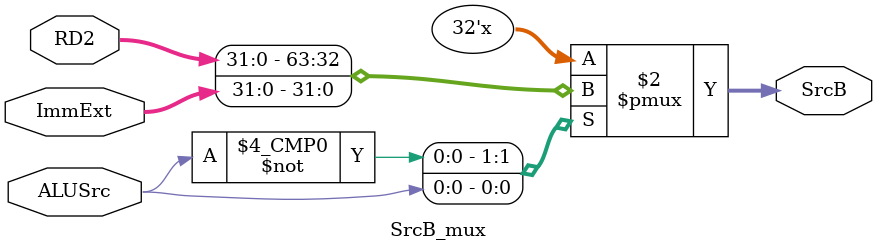
<source format=sv>
module PC_mux(PCSrc, PCplus4, PCImm, ALUres, PCNext);
    input [1:0] PCSrc;
    input [31:0] PCplus4, PCImm, ALUres;
    output reg [31:0] PCNext;
    always @(PCSrc, PCplus4, PCImm, ALUres) begin
        case (PCSrc)
            2'b00: PCNext = PCplus4;
            2'b01: PCNext = PCImm;
            2'b10: PCNext = ALUres;
            default: PCNext = 32'd0;
        endcase
    end
endmodule

module Result_mux (ResultSrc, ALUres, ReadData, PCplus4, ImmExt, Result);
    input [1:0]ResultSrc;
    input [31:0] ALUres, ReadData, PCplus4, ImmExt;
    output reg [31:0] Result;
    always @(ResultSrc, ALUres, ReadData, PCplus4, ImmExt) begin
        case (ResultSrc)
            2'b00: Result= ALUres;
            2'b01: Result= ReadData;
            2'b10: Result= PCplus4;
            2'b11: Result= ImmExt;
        endcase
    end
endmodule

module SrcB_mux(ALUSrc, RD2, ImmExt, SrcB);
    input ALUSrc;
    input [31:0] RD2, ImmExt;
    output reg [31:0] SrcB;
    always @(ALUSrc, RD2, ImmExt) begin
        case (ALUSrc)
            1'b0: SrcB= RD2;
            1'b1: SrcB= ImmExt;
            default: SrcB=32'd0;
        endcase
    end
endmodule

</source>
